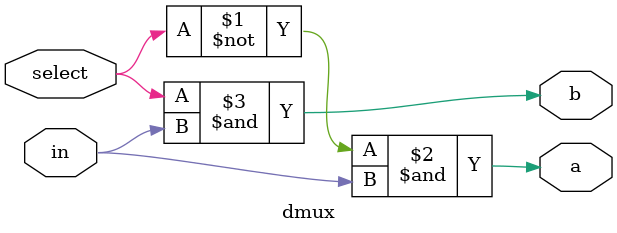
<source format=sv>
`ifndef and_n2t
  `include "and_n2t.sv"
`endif
`define dmux 1

module dmux(
    input  in,
    input  select,
    output a,
    output b
);

   assign a = ~select & in;
   assign b = select & in;

endmodule

</source>
